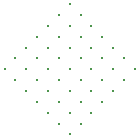
<source format=gbr>
%TF.GenerationSoftware,Altium Limited,Altium Designer,23.5.1 (21)*%
G04 Layer_Color=32896*
%FSLAX45Y45*%
%MOMM*%
%TF.SameCoordinates,DF551FB5-6F85-4ABD-ABAF-5ACF3DF1BB5E*%
%TF.FilePolarity,Positive*%
%TF.FileFunction,Other,Filling*%
%TF.Part,Single*%
G01*
G75*
%TA.AperFunction,SMDPad,CuDef*%
%ADD177C,0.20000*%
D177*
X7913546Y4460092D02*
D03*
X7821622Y4552016D02*
D03*
X7729698Y4643940D02*
D03*
X7637774Y4735864D02*
D03*
X8005469Y4368168D02*
D03*
X8189317Y4184321D02*
D03*
X8097393Y4276244D02*
D03*
X8465089Y5011635D02*
D03*
X8373165Y5103559D02*
D03*
X8281241Y5195483D02*
D03*
X8189317Y5287407D02*
D03*
X8557013Y4919712D02*
D03*
X8740860Y4735864D02*
D03*
X8648936Y4827788D02*
D03*
X8097393Y4643940D02*
D03*
X8005469Y4735864D02*
D03*
X7913546Y4827788D02*
D03*
X7821622Y4919712D02*
D03*
X8189317Y4552016D02*
D03*
X8373165Y4368168D02*
D03*
X8281241Y4460092D02*
D03*
X8005469Y4552016D02*
D03*
X7913546Y4643940D02*
D03*
X7821622Y4735864D02*
D03*
X7729698Y4827788D02*
D03*
X8097393Y4460092D02*
D03*
X8281241Y4276244D02*
D03*
X8189317Y4368168D02*
D03*
Y4735864D02*
D03*
X8097393Y4827788D02*
D03*
X8005469Y4919712D02*
D03*
X7913546Y5011635D02*
D03*
X8281241Y4643940D02*
D03*
X8465089Y4460092D02*
D03*
X8373165Y4552016D02*
D03*
X8281241Y4827788D02*
D03*
X8189317Y4919712D02*
D03*
X8097393Y5011635D02*
D03*
X8005469Y5103559D02*
D03*
X8373165Y4735864D02*
D03*
X8557013Y4552016D02*
D03*
X8465089Y4643940D02*
D03*
X8373165Y4919712D02*
D03*
X8281241Y5011635D02*
D03*
X8189317Y5103559D02*
D03*
X8097393Y5195483D02*
D03*
X8465089Y4827788D02*
D03*
X8648936Y4643940D02*
D03*
X8557013Y4735864D02*
D03*
%TF.MD5,55961746e04a9bcc4ff557a15862644a*%
M02*

</source>
